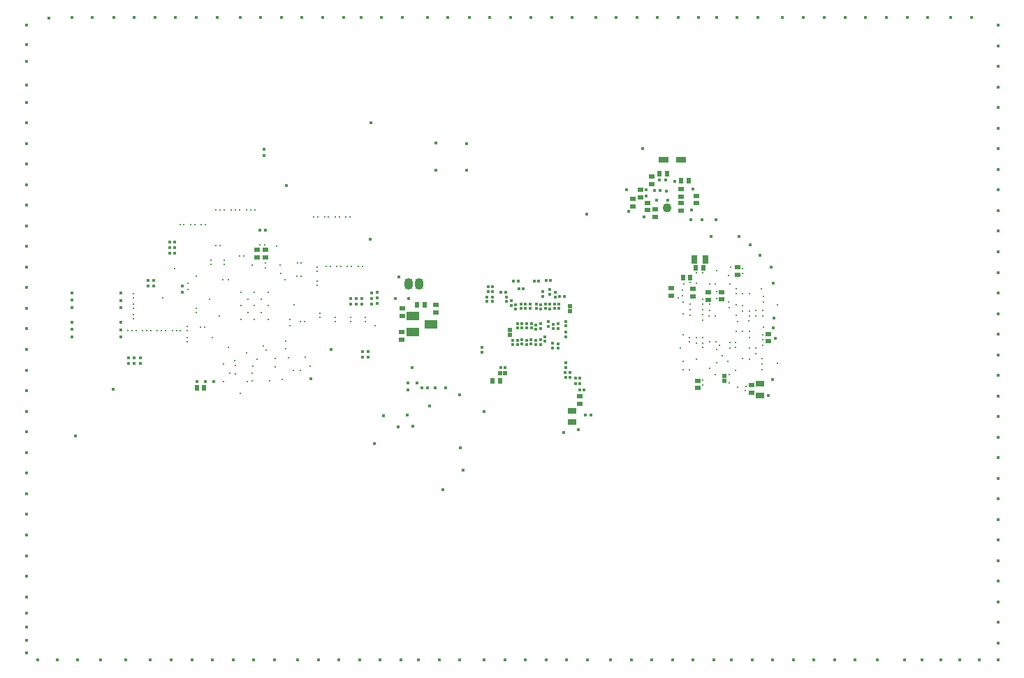
<source format=gbs>
G04*
G04 #@! TF.GenerationSoftware,Altium Limited,Altium Designer,24.0.1 (36)*
G04*
G04 Layer_Color=16711935*
%FSLAX43Y43*%
%MOMM*%
G71*
G04*
G04 #@! TF.SameCoordinates,2B35A735-E746-45F3-9C8E-D4930A679F63*
G04*
G04*
G04 #@! TF.FilePolarity,Negative*
G04*
G01*
G75*
%ADD14R,0.990X0.740*%
%ADD15R,0.660X0.610*%
%ADD31R,0.800X0.610*%
%ADD32R,0.740X0.990*%
%ADD33R,0.610X0.660*%
%ADD35R,0.450X0.450*%
%ADD37R,0.610X0.800*%
%ADD38O,1.100X1.400*%
%ADD39C,0.300*%
%ADD40C,0.450*%
%ADD100R,0.600X0.500*%
%ADD101R,1.500X1.100*%
%ADD102R,0.450X0.450*%
%ADD103R,1.100X0.740*%
%ADD104R,1.160X0.640*%
%ADD105R,0.500X0.600*%
%ADD106C,1.100*%
D14*
X89736Y34315D02*
D03*
Y32915D02*
D03*
D15*
X81630Y45847D02*
D03*
Y44947D02*
D03*
X83461Y44540D02*
D03*
Y45440D02*
D03*
X87036Y47590D02*
D03*
Y48490D02*
D03*
X85111Y44565D02*
D03*
Y45465D02*
D03*
X88711Y33240D02*
D03*
Y34140D02*
D03*
X90736Y40390D02*
D03*
Y39490D02*
D03*
X82261Y34705D02*
D03*
Y33805D02*
D03*
X50485Y42988D02*
D03*
Y43888D02*
D03*
X46382Y42565D02*
D03*
Y43465D02*
D03*
X76615Y59480D02*
D03*
Y58580D02*
D03*
X75260Y56980D02*
D03*
Y57880D02*
D03*
X82015Y56255D02*
D03*
Y57155D02*
D03*
X77027Y55505D02*
D03*
Y54605D02*
D03*
X76110Y56305D02*
D03*
Y55405D02*
D03*
D31*
X78986Y45955D02*
D03*
Y45055D02*
D03*
X46300Y39675D02*
D03*
Y40575D02*
D03*
X28805Y49680D02*
D03*
Y50580D02*
D03*
X29780Y49680D02*
D03*
Y50580D02*
D03*
X67890Y32815D02*
D03*
Y31915D02*
D03*
X74375Y55875D02*
D03*
Y56775D02*
D03*
X80171Y57061D02*
D03*
Y57961D02*
D03*
X80175Y56255D02*
D03*
Y55355D02*
D03*
D32*
X81786Y49415D02*
D03*
X83186D02*
D03*
D33*
X80411Y47180D02*
D03*
X81311D02*
D03*
X82911Y48390D02*
D03*
X82011D02*
D03*
X77575Y59864D02*
D03*
X78475D02*
D03*
D35*
X66171Y35716D02*
D03*
X66721D02*
D03*
X62950Y46787D02*
D03*
X62400D02*
D03*
X60525Y45850D02*
D03*
X61075D02*
D03*
X58900Y45425D02*
D03*
X58350D02*
D03*
X60452Y46829D02*
D03*
X59902D02*
D03*
X65483Y44894D02*
D03*
X66033D02*
D03*
X63850Y46837D02*
D03*
X64400D02*
D03*
X58325Y36331D02*
D03*
X58875D02*
D03*
X67941Y34986D02*
D03*
X67391D02*
D03*
X68440Y33588D02*
D03*
X67890D02*
D03*
X67941Y34367D02*
D03*
X67391D02*
D03*
X66198Y35094D02*
D03*
X66748D02*
D03*
D37*
X48183Y43917D02*
D03*
X49083D02*
D03*
X22400Y33879D02*
D03*
X21500D02*
D03*
X57323Y34723D02*
D03*
X58223D02*
D03*
X80207Y58980D02*
D03*
X81107D02*
D03*
D38*
X47175Y46475D02*
D03*
X48425D02*
D03*
D39*
X81260Y43315D02*
D03*
X87076Y33920D02*
D03*
X86060Y35490D02*
D03*
X89985Y36065D02*
D03*
X88060Y34015D02*
D03*
X88016Y33516D02*
D03*
X86835Y35981D02*
D03*
X86010Y34450D02*
D03*
X86085Y46490D02*
D03*
X85990Y47505D02*
D03*
X86210Y48489D02*
D03*
X86860Y43940D02*
D03*
X87665Y45229D02*
D03*
X86865D02*
D03*
X86860Y45865D02*
D03*
X88460Y45265D02*
D03*
X87661Y48325D02*
D03*
X87659Y47765D02*
D03*
X85990Y44285D02*
D03*
X86010Y43565D02*
D03*
X83574Y42590D02*
D03*
X84479Y44694D02*
D03*
X83660Y43253D02*
D03*
Y46465D02*
D03*
X84380Y46490D02*
D03*
X83659Y43990D02*
D03*
X84509Y45523D02*
D03*
X82860Y42050D02*
D03*
Y43990D02*
D03*
Y42690D02*
D03*
Y43290D02*
D03*
Y44615D02*
D03*
X82835Y47790D02*
D03*
X84515Y48054D02*
D03*
X84374Y42590D02*
D03*
X89972Y45840D02*
D03*
X89260Y38015D02*
D03*
X90160Y44265D02*
D03*
X90060Y42565D02*
D03*
Y43215D02*
D03*
X89260D02*
D03*
X90110Y39640D02*
D03*
X90160Y44915D02*
D03*
X89285Y38665D02*
D03*
X89260Y42565D02*
D03*
X90160Y41190D02*
D03*
X90110Y40290D02*
D03*
Y38990D02*
D03*
X80340Y45025D02*
D03*
X82060Y46540D02*
D03*
X80546Y46490D02*
D03*
X80400Y45719D02*
D03*
X79895Y44725D02*
D03*
X81260Y44005D02*
D03*
Y42625D02*
D03*
X80414Y42784D02*
D03*
X80410Y44230D02*
D03*
X82085Y47790D02*
D03*
X81271Y46589D02*
D03*
X86860Y42665D02*
D03*
X87675Y43150D02*
D03*
X86835Y39325D02*
D03*
X87685Y37390D02*
D03*
X87675Y43850D02*
D03*
X87075Y41850D02*
D03*
X87685Y40665D02*
D03*
X86860D02*
D03*
X86835Y38740D02*
D03*
X81240Y36045D02*
D03*
X85210Y37765D02*
D03*
X80410Y37020D02*
D03*
X85885Y37040D02*
D03*
X84535Y38515D02*
D03*
X84485Y36890D02*
D03*
X84375Y35440D02*
D03*
X83635Y36175D02*
D03*
X82860Y34744D02*
D03*
X82830Y34200D02*
D03*
X82085Y37315D02*
D03*
X80460Y36045D02*
D03*
X86145Y39340D02*
D03*
X86085Y38640D02*
D03*
X80150Y38700D02*
D03*
X84460Y39390D02*
D03*
X84809Y38965D02*
D03*
X82860Y39940D02*
D03*
Y38715D02*
D03*
Y39225D02*
D03*
X82060Y39940D02*
D03*
X81235Y39945D02*
D03*
X82060Y39240D02*
D03*
X83660Y39390D02*
D03*
X81250Y39415D02*
D03*
X80415Y40235D02*
D03*
X89985Y37365D02*
D03*
X91884Y36829D02*
D03*
Y43904D02*
D03*
X89985Y36715D02*
D03*
X88460Y38690D02*
D03*
Y39940D02*
D03*
Y42565D02*
D03*
Y43190D02*
D03*
X88425Y41975D02*
D03*
X88460Y40665D02*
D03*
Y37340D02*
D03*
X28240Y35580D02*
D03*
X15926Y40798D02*
D03*
X15425D02*
D03*
X17726D02*
D03*
X17225D02*
D03*
X16724D02*
D03*
X14924D02*
D03*
X29568Y38952D02*
D03*
X20325Y40750D02*
D03*
X19526Y40798D02*
D03*
X19025D02*
D03*
X18524D02*
D03*
X20325Y39400D02*
D03*
Y39900D02*
D03*
X24725Y36760D02*
D03*
X26110Y37175D02*
D03*
X23410Y39977D02*
D03*
X25335Y38737D02*
D03*
X28300Y36460D02*
D03*
X29870Y38377D02*
D03*
X27565Y38110D02*
D03*
X34025Y35990D02*
D03*
X33200Y35930D02*
D03*
X32235Y38570D02*
D03*
X30985Y36420D02*
D03*
X28785Y37270D02*
D03*
X41904Y41900D02*
D03*
X36420Y42875D02*
D03*
X41904Y42401D02*
D03*
X43100Y41400D02*
D03*
X38304Y41900D02*
D03*
X26850Y42150D02*
D03*
X34125Y47350D02*
D03*
X33625D02*
D03*
X32170Y46930D02*
D03*
X33675Y49000D02*
D03*
X34175D02*
D03*
X38450Y48575D02*
D03*
X38950D02*
D03*
X37150D02*
D03*
X37650D02*
D03*
X36050Y46825D02*
D03*
X36075Y47975D02*
D03*
Y48475D02*
D03*
X36050Y46325D02*
D03*
X13850Y45300D02*
D03*
Y44800D02*
D03*
Y44000D02*
D03*
X20385Y45750D02*
D03*
Y46575D02*
D03*
X21400Y43525D02*
D03*
X17395Y44790D02*
D03*
X13850Y43500D02*
D03*
X19951Y53623D02*
D03*
X19450D02*
D03*
X18850Y48290D02*
D03*
X27524Y55425D02*
D03*
X28025D02*
D03*
X28526D02*
D03*
X25674D02*
D03*
X26175D02*
D03*
X26676D02*
D03*
X24826D02*
D03*
X24325D02*
D03*
X21251Y53623D02*
D03*
X20750D02*
D03*
X22551D02*
D03*
X22050D02*
D03*
X24276Y51123D02*
D03*
X23775D02*
D03*
X23824Y55425D02*
D03*
X24675Y46975D02*
D03*
X25325D02*
D03*
X30150Y45450D02*
D03*
Y43800D02*
D03*
X28500D02*
D03*
X23008Y44625D02*
D03*
X21450Y47348D02*
D03*
X26850Y43800D02*
D03*
Y45450D02*
D03*
X39525Y54575D02*
D03*
X40025D02*
D03*
X41050Y48575D02*
D03*
X41550D02*
D03*
X39750D02*
D03*
X40250D02*
D03*
X23250Y48800D02*
D03*
Y49300D02*
D03*
X31670Y47700D02*
D03*
X29800Y48400D02*
D03*
X28225Y48775D02*
D03*
X31575Y48773D02*
D03*
X24850Y49323D02*
D03*
X26675Y49850D02*
D03*
X27175D02*
D03*
X24850Y48823D02*
D03*
X29100Y51225D02*
D03*
X29763D02*
D03*
X29784Y49027D02*
D03*
X31150Y51033D02*
D03*
X38250Y54575D02*
D03*
X38750D02*
D03*
X36975D02*
D03*
X37475D02*
D03*
X35700D02*
D03*
X36200D02*
D03*
X33280Y43875D02*
D03*
X30960Y37380D02*
D03*
X32235Y39530D02*
D03*
X26165Y36510D02*
D03*
X31850Y34840D02*
D03*
X28240Y34680D02*
D03*
X30285D02*
D03*
X26165Y35550D02*
D03*
X27600Y34640D02*
D03*
X25500Y35610D02*
D03*
X24722Y34610D02*
D03*
X28500Y42150D02*
D03*
X13850Y42200D02*
D03*
X21924Y41202D02*
D03*
X22425D02*
D03*
X21400Y43025D02*
D03*
X13850Y42700D02*
D03*
X20325Y41250D02*
D03*
X14126Y40798D02*
D03*
X13625D02*
D03*
X30150Y42150D02*
D03*
X24188Y42562D02*
D03*
X36420Y42375D02*
D03*
X40104Y42401D02*
D03*
Y41900D02*
D03*
X38304Y42401D02*
D03*
X34635Y37550D02*
D03*
X32590Y37490D02*
D03*
X34575Y41850D02*
D03*
X34075D02*
D03*
X32815Y41397D02*
D03*
X32772Y42100D02*
D03*
X35245Y36460D02*
D03*
X13124Y40798D02*
D03*
X26800Y33125D02*
D03*
X29325Y44625D02*
D03*
X27675D02*
D03*
X28500Y45450D02*
D03*
X29325Y42975D02*
D03*
X27675D02*
D03*
D40*
X91285Y34865D02*
D03*
X90755Y32906D02*
D03*
X87250Y52216D02*
D03*
X88551Y51167D02*
D03*
X83870Y52208D02*
D03*
X89772Y49948D02*
D03*
X91101Y48492D02*
D03*
X91339Y41128D02*
D03*
X91617Y39829D02*
D03*
X91339Y46544D02*
D03*
X91467Y42332D02*
D03*
X2175Y830D02*
D03*
X4600D02*
D03*
X7050D02*
D03*
X9875D02*
D03*
X12900D02*
D03*
X15825D02*
D03*
X825Y1625D02*
D03*
Y3225D02*
D03*
Y4775D02*
D03*
Y6500D02*
D03*
X3600Y78750D02*
D03*
X825Y77825D02*
D03*
Y75500D02*
D03*
Y70575D02*
D03*
X95000Y78775D02*
D03*
X92500D02*
D03*
X115411D02*
D03*
X112911D02*
D03*
X110086D02*
D03*
X97586D02*
D03*
X100086D02*
D03*
X102586D02*
D03*
X105086D02*
D03*
X107586D02*
D03*
X51925D02*
D03*
X49425D02*
D03*
X89486D02*
D03*
X86986D02*
D03*
X84486D02*
D03*
X79836D02*
D03*
X77336D02*
D03*
X74836D02*
D03*
X72336D02*
D03*
X69836D02*
D03*
X82336D02*
D03*
X67011D02*
D03*
X54511D02*
D03*
X57011D02*
D03*
X59511D02*
D03*
X62011D02*
D03*
X64511D02*
D03*
X21436D02*
D03*
X18936D02*
D03*
X16436D02*
D03*
X13936D02*
D03*
X11436D02*
D03*
X23936D02*
D03*
X39261D02*
D03*
X26761D02*
D03*
X29261D02*
D03*
X31761D02*
D03*
X34261D02*
D03*
X36761D02*
D03*
X41411D02*
D03*
X43911D02*
D03*
X46411D02*
D03*
X28386Y830D02*
D03*
X25886D02*
D03*
X23386D02*
D03*
X20886D02*
D03*
X18386D02*
D03*
X30886D02*
D03*
X46211D02*
D03*
X33711D02*
D03*
X36211D02*
D03*
X38711D02*
D03*
X41211D02*
D03*
X43711D02*
D03*
X48361D02*
D03*
X50861D02*
D03*
X53361D02*
D03*
X107300D02*
D03*
X104000Y805D02*
D03*
X101286D02*
D03*
X96311Y830D02*
D03*
X93811D02*
D03*
X91311D02*
D03*
X88811D02*
D03*
X86311D02*
D03*
X98811D02*
D03*
X81661D02*
D03*
X79161D02*
D03*
X76661D02*
D03*
X74161D02*
D03*
X71661D02*
D03*
X84161D02*
D03*
X118625Y2850D02*
D03*
Y5350D02*
D03*
Y7850D02*
D03*
Y10350D02*
D03*
Y12850D02*
D03*
X109425Y830D02*
D03*
X111725D02*
D03*
X113975D02*
D03*
X116325D02*
D03*
X118625D02*
D03*
Y15350D02*
D03*
Y32850D02*
D03*
Y35350D02*
D03*
Y37850D02*
D03*
Y40350D02*
D03*
Y42850D02*
D03*
Y17850D02*
D03*
Y20350D02*
D03*
Y22850D02*
D03*
Y25350D02*
D03*
Y27850D02*
D03*
Y30350D02*
D03*
Y45350D02*
D03*
Y62850D02*
D03*
Y65350D02*
D03*
Y67850D02*
D03*
Y70350D02*
D03*
Y72850D02*
D03*
Y47850D02*
D03*
Y50350D02*
D03*
Y52850D02*
D03*
Y55350D02*
D03*
Y57850D02*
D03*
Y60350D02*
D03*
Y77850D02*
D03*
Y75350D02*
D03*
X825Y23475D02*
D03*
Y25975D02*
D03*
Y28475D02*
D03*
Y30975D02*
D03*
Y33475D02*
D03*
Y8475D02*
D03*
Y10975D02*
D03*
Y13475D02*
D03*
Y15975D02*
D03*
Y18475D02*
D03*
Y20975D02*
D03*
Y35975D02*
D03*
Y73500D02*
D03*
Y66000D02*
D03*
Y68500D02*
D03*
X6350Y78775D02*
D03*
X8850D02*
D03*
X6800Y27975D02*
D03*
X23575Y34600D02*
D03*
X42656Y44024D02*
D03*
X37800Y38525D02*
D03*
X53329Y32955D02*
D03*
X47189Y44713D02*
D03*
X21490Y34600D02*
D03*
X22500D02*
D03*
X42575Y65995D02*
D03*
X50389Y33869D02*
D03*
X68777Y54958D02*
D03*
X49725Y31600D02*
D03*
X47672Y29202D02*
D03*
X48200Y34420D02*
D03*
X47112Y33546D02*
D03*
X46975Y30500D02*
D03*
X47125Y34425D02*
D03*
X47625Y36300D02*
D03*
X50450Y60275D02*
D03*
Y63575D02*
D03*
X45995Y47305D02*
D03*
X53800Y23875D02*
D03*
X53467Y26550D02*
D03*
X51350Y21475D02*
D03*
X54175Y63500D02*
D03*
X54195Y60275D02*
D03*
X42252Y38285D02*
D03*
X41577D02*
D03*
X14637Y36823D02*
D03*
X13912D02*
D03*
X14637Y37498D02*
D03*
X13912D02*
D03*
X13187D02*
D03*
Y36823D02*
D03*
X19700Y46198D02*
D03*
X16298Y46890D02*
D03*
X15623D02*
D03*
X16298Y46165D02*
D03*
X15623D02*
D03*
X18850Y51523D02*
D03*
Y50848D02*
D03*
Y50173D02*
D03*
X18175D02*
D03*
Y50848D02*
D03*
Y51523D02*
D03*
X19702Y45473D02*
D03*
X42535Y51865D02*
D03*
X29100Y52950D02*
D03*
X29780D02*
D03*
X42656Y45374D02*
D03*
Y44699D02*
D03*
X43326Y44729D02*
D03*
Y45404D02*
D03*
X41473Y44713D02*
D03*
X40798D02*
D03*
X40123D02*
D03*
Y44038D02*
D03*
X40798D02*
D03*
X41473D02*
D03*
X43326Y44054D02*
D03*
X35350Y34945D02*
D03*
X42252Y37560D02*
D03*
X41577D02*
D03*
X32365Y58430D02*
D03*
X45533Y44683D02*
D03*
X12276Y44465D02*
D03*
X12251Y41802D02*
D03*
Y40902D02*
D03*
X12276Y45365D02*
D03*
X6348Y43576D02*
D03*
Y40914D02*
D03*
Y44476D02*
D03*
X12276Y43565D02*
D03*
X6348Y45376D02*
D03*
Y40014D02*
D03*
X11387Y33647D02*
D03*
X12251Y40002D02*
D03*
X6348Y41814D02*
D03*
X44087Y30462D02*
D03*
X43063Y27050D02*
D03*
X45909Y29117D02*
D03*
X29631Y62047D02*
D03*
X29642Y62800D02*
D03*
X84406Y54265D02*
D03*
X81406D02*
D03*
X82774D02*
D03*
X75500Y62900D02*
D03*
X73575Y57875D02*
D03*
X73884Y55227D02*
D03*
X56293Y30993D02*
D03*
X825Y51000D02*
D03*
Y48500D02*
D03*
Y46000D02*
D03*
Y43500D02*
D03*
Y41000D02*
D03*
Y38500D02*
D03*
Y63500D02*
D03*
Y61000D02*
D03*
Y58500D02*
D03*
Y56000D02*
D03*
Y53500D02*
D03*
X68836Y830D02*
D03*
X56336D02*
D03*
X58836D02*
D03*
X61336D02*
D03*
X63836D02*
D03*
X66336D02*
D03*
X51631Y33875D02*
D03*
X49475Y33855D02*
D03*
X48806D02*
D03*
X77675Y57800D02*
D03*
X81600Y57950D02*
D03*
X69284Y30569D02*
D03*
X65956Y28400D02*
D03*
X67730Y28759D02*
D03*
X68584Y30569D02*
D03*
X81475Y55405D02*
D03*
X78550Y56630D02*
D03*
X77250D02*
D03*
X76975Y57805D02*
D03*
X75925Y57145D02*
D03*
Y57880D02*
D03*
X78350Y59055D02*
D03*
X77575Y59080D02*
D03*
X79450Y58930D02*
D03*
X78375Y57705D02*
D03*
X75675Y54605D02*
D03*
D100*
X66751Y43720D02*
D03*
Y43120D02*
D03*
X85461Y34665D02*
D03*
Y35265D02*
D03*
X59425Y40300D02*
D03*
Y40900D02*
D03*
D101*
X47673Y40623D02*
D03*
Y42523D02*
D03*
X49873Y41573D02*
D03*
D102*
X66255Y36850D02*
D03*
Y36300D02*
D03*
X60351Y41655D02*
D03*
Y41105D02*
D03*
X60160Y43395D02*
D03*
Y43945D02*
D03*
X60915Y41105D02*
D03*
Y41655D02*
D03*
X61476Y41081D02*
D03*
Y41631D02*
D03*
X62038Y41657D02*
D03*
Y41107D02*
D03*
X61350Y43450D02*
D03*
Y44000D02*
D03*
X61900Y43450D02*
D03*
Y44000D02*
D03*
X60800Y43450D02*
D03*
Y44000D02*
D03*
X63162Y41057D02*
D03*
Y41607D02*
D03*
X64083Y41306D02*
D03*
Y41856D02*
D03*
X64706Y41579D02*
D03*
Y41029D02*
D03*
X62600Y40925D02*
D03*
Y41475D02*
D03*
X62592Y39603D02*
D03*
Y39053D02*
D03*
X64607Y39247D02*
D03*
Y38697D02*
D03*
X63714Y39486D02*
D03*
Y40036D02*
D03*
X63154Y39672D02*
D03*
Y39122D02*
D03*
X63200Y43925D02*
D03*
Y43375D02*
D03*
X62650Y43455D02*
D03*
Y44005D02*
D03*
X64850Y44000D02*
D03*
Y43450D02*
D03*
X63750Y43475D02*
D03*
Y44025D02*
D03*
X64915Y44885D02*
D03*
Y45435D02*
D03*
X63400Y45500D02*
D03*
Y44950D02*
D03*
X64300Y43975D02*
D03*
Y43425D02*
D03*
X64305Y45202D02*
D03*
Y45752D02*
D03*
X59805Y39625D02*
D03*
Y39075D02*
D03*
X60355D02*
D03*
Y39625D02*
D03*
X60905Y39148D02*
D03*
Y39698D02*
D03*
X61467Y39074D02*
D03*
Y39624D02*
D03*
X62030Y39133D02*
D03*
Y39683D02*
D03*
X66205Y41350D02*
D03*
Y41900D02*
D03*
X65274Y39198D02*
D03*
Y38648D02*
D03*
X66250Y40600D02*
D03*
Y40050D02*
D03*
X65325Y41600D02*
D03*
Y41050D02*
D03*
X65395Y44000D02*
D03*
Y43450D02*
D03*
X56800Y45550D02*
D03*
Y46100D02*
D03*
X57375Y45550D02*
D03*
Y46100D02*
D03*
X59609Y44406D02*
D03*
Y43856D02*
D03*
X56064Y38198D02*
D03*
Y38748D02*
D03*
X57350Y44875D02*
D03*
Y44325D02*
D03*
X56696Y44880D02*
D03*
Y44330D02*
D03*
X59050Y44300D02*
D03*
Y44850D02*
D03*
D103*
X67000Y29675D02*
D03*
Y31075D02*
D03*
D104*
X78055Y61562D02*
D03*
X80195D02*
D03*
D105*
X58275Y35625D02*
D03*
X58875D02*
D03*
D106*
X78516Y55665D02*
D03*
M02*

</source>
